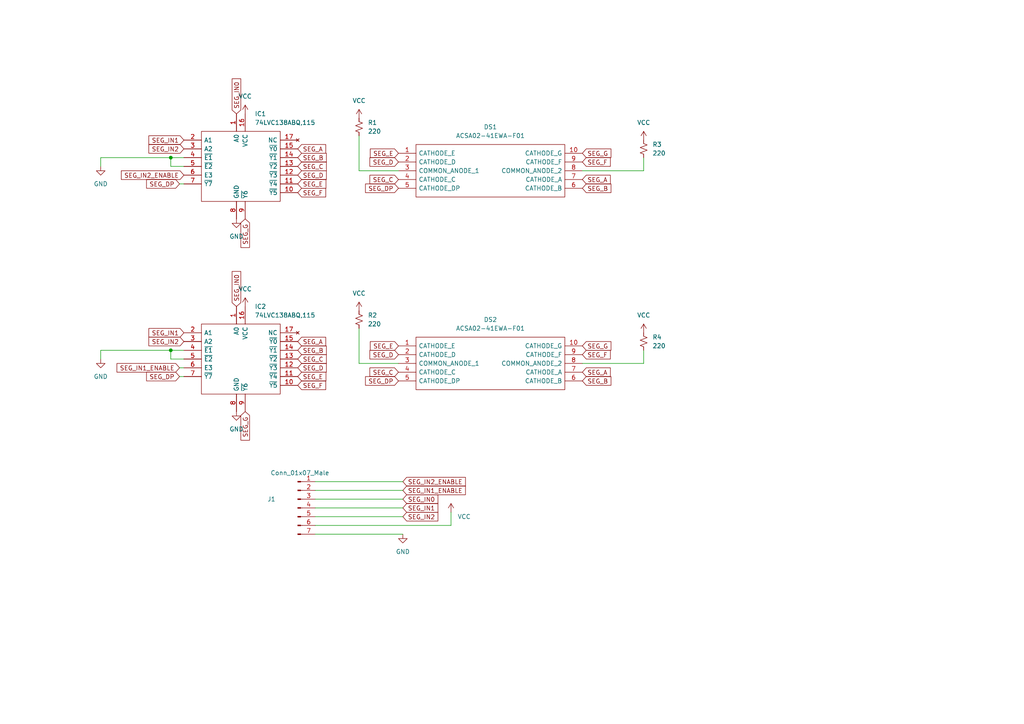
<source format=kicad_sch>
(kicad_sch (version 20211123) (generator eeschema)
  (paper "A4")
  (lib_symbols
    (symbol "Connector:Conn_01x07_Male" (pin_names (offset 1.016) hide)
      (property "Reference" "J" (at 0 10.16 0))
      (property "Value" "Conn_01x07_Male" (at 0 -10.16 0))
      (symbol "Conn_01x07_Male_1_1"
        (polyline (pts (xy 1.27 -7.62) (xy 0.8636 -7.62)) (stroke (width 0.1524)))
        (polyline (pts (xy 1.27 -5.08) (xy 0.8636 -5.08)) (stroke (width 0.1524)))
        (polyline (pts (xy 1.27 -2.54) (xy 0.8636 -2.54)) (stroke (width 0.1524)))
        (polyline (pts (xy 1.27 0) (xy 0.8636 0)) (stroke (width 0.1524)))
        (polyline (pts (xy 1.27 2.54) (xy 0.8636 2.54)) (stroke (width 0.1524)))
        (polyline (pts (xy 1.27 5.08) (xy 0.8636 5.08)) (stroke (width 0.1524)))
        (polyline (pts (xy 1.27 7.62) (xy 0.8636 7.62)) (stroke (width 0.1524)))
        (rectangle (start 0.8636 -7.493) (end 0 -7.747) (stroke (width 0.1524)) (fill (type outline)))
        (rectangle (start 0.8636 -4.953) (end 0 -5.207) (stroke (width 0.1524)) (fill (type outline)))
        (rectangle (start 0.8636 -2.413) (end 0 -2.667) (stroke (width 0.1524)) (fill (type outline)))
        (rectangle (start 0.8636 0.127) (end 0 -0.127) (stroke (width 0.1524)) (fill (type outline)))
        (rectangle (start 0.8636 2.667) (end 0 2.413) (stroke (width 0.1524)) (fill (type outline)))
        (rectangle (start 0.8636 5.207) (end 0 4.953) (stroke (width 0.1524)) (fill (type outline)))
        (rectangle (start 0.8636 7.747) (end 0 7.493) (stroke (width 0.1524)) (fill (type outline)))
        (pin passive line (at 5.08 7.62 180) (length 3.81) (name "Pin_1") (number "1"))
        (pin passive line (at 5.08 5.08 180) (length 3.81) (name "Pin_2") (number "2"))
        (pin passive line (at 5.08 2.54 180) (length 3.81) (name "Pin_3") (number "3"))
        (pin passive line (at 5.08 0 180) (length 3.81) (name "Pin_4") (number "4"))
        (pin passive line (at 5.08 -2.54 180) (length 3.81) (name "Pin_5") (number "5"))
        (pin passive line (at 5.08 -5.08 180) (length 3.81) (name "Pin_6") (number "6"))
        (pin passive line (at 5.08 -7.62 180) (length 3.81) (name "Pin_7") (number "7"))
      )
    )
    (symbol "Device:R_Small_US" (pin_numbers hide) (pin_names (offset 0.254) hide)
      (property "Reference" "R" (at 0.762 0.508 0))
      (property "Value" "R_Small_US" (at 0.762 -1.016 0))
      (symbol "R_Small_US_1_1"
        (polyline (pts (xy 0 0) (xy 1.016 -0.381) (xy 0 -0.762) (xy -1.016 -1.143) (xy 0 -1.524)))
        (polyline (pts (xy 0 1.524) (xy 1.016 1.143) (xy 0 0.762) (xy -1.016 0.381) (xy 0 0)))
        (pin passive line (at 0 2.54 270) (length 1.016) (name "~") (number "1"))
        (pin passive line (at 0 -2.54 90) (length 1.016) (name "~") (number "2"))
      )
    )
    (symbol "SamacSys_Parts:74LVC138ABQ,115" (pin_names (offset 0.762))
      (property "Reference" "IC" (at 26.67 15.24 0))
      (property "Value" "74LVC138ABQ,115" (at 26.67 12.7 0))
      (symbol "74LVC138ABQ,115_0_0"
        (pin passive line (at 0 -2.54 0) (length 5.08) (name "A0") (number "1"))
        (pin passive line (at 22.86 15.24 270) (length 5.08) (name "~{Y5}") (number "10"))
        (pin passive line (at 20.32 15.24 270) (length 5.08) (name "~{Y4}") (number "11"))
        (pin passive line (at 17.78 15.24 270) (length 5.08) (name "~{Y3}") (number "12"))
        (pin passive line (at 15.24 15.24 270) (length 5.08) (name "~{Y2}") (number "13"))
        (pin passive line (at 12.7 15.24 270) (length 5.08) (name "~{Y1}") (number "14"))
        (pin passive line (at 10.16 15.24 270) (length 5.08) (name "~{Y0}") (number "15"))
        (pin passive line (at 0 0 0) (length 5.08) (name "VCC") (number "16"))
        (pin no_connect line (at 7.62 15.24 270) (length 5.08) (name "NC") (number "17"))
        (pin passive line (at 7.62 -17.78 90) (length 5.08) (name "A1") (number "2"))
        (pin passive line (at 10.16 -17.78 90) (length 5.08) (name "A2") (number "3"))
        (pin passive line (at 12.7 -17.78 90) (length 5.08) (name "~{E1}") (number "4"))
        (pin passive line (at 15.24 -17.78 90) (length 5.08) (name "~{E2}") (number "5"))
        (pin passive line (at 17.78 -17.78 90) (length 5.08) (name "E3") (number "6"))
        (pin passive line (at 20.32 -17.78 90) (length 5.08) (name "~{Y7}") (number "7"))
        (pin passive line (at 30.48 -2.54 180) (length 5.08) (name "GND") (number "8"))
        (pin passive line (at 30.48 0 180) (length 5.08) (name "~{Y6}") (number "9"))
      )
      (symbol "74LVC138ABQ,115_0_1"
        (polyline (pts (xy 5.08 10.16) (xy 25.4 10.16) (xy 25.4 -12.7) (xy 5.08 -12.7) (xy 5.08 10.16)) (stroke (width 0.1524)))
      )
    )
    (symbol "SamacSys_Parts:ACSA02-41EWA-F01" (pin_names (offset 0.762))
      (property "Reference" "DS" (at 49.53 7.62 0))
      (property "Value" "ACSA02-41EWA-F01" (at 49.53 5.08 0))
      (symbol "ACSA02-41EWA-F01_0_0"
        (pin passive line (at 0 0 0) (length 5.08) (name "CATHODE_E") (number "1"))
        (pin passive line (at 53.34 0 180) (length 5.08) (name "CATHODE_G") (number "10"))
        (pin passive line (at 0 -2.54 0) (length 5.08) (name "CATHODE_D") (number "2"))
        (pin passive line (at 0 -5.08 0) (length 5.08) (name "COMMON_ANODE_1") (number "3"))
        (pin passive line (at 0 -7.62 0) (length 5.08) (name "CATHODE_C") (number "4"))
        (pin passive line (at 0 -10.16 0) (length 5.08) (name "CATHODE_DP") (number "5"))
        (pin passive line (at 53.34 -10.16 180) (length 5.08) (name "CATHODE_B") (number "6"))
        (pin passive line (at 53.34 -7.62 180) (length 5.08) (name "CATHODE_A") (number "7"))
        (pin passive line (at 53.34 -5.08 180) (length 5.08) (name "COMMON_ANODE_2") (number "8"))
        (pin passive line (at 53.34 -2.54 180) (length 5.08) (name "CATHODE_F") (number "9"))
      )
      (symbol "ACSA02-41EWA-F01_0_1"
        (polyline (pts (xy 5.08 2.54) (xy 48.26 2.54) (xy 48.26 -12.7) (xy 5.08 -12.7) (xy 5.08 2.54)) (stroke (width 0.1524)))
      )
    )
    (symbol "power:GND" (power) (pin_names (offset 0))
      (property "Value" "GND" (at 0 -3.81 0))
      (symbol "GND_0_1"
        (polyline (pts (xy 0 0) (xy 0 -1.27) (xy 1.27 -1.27) (xy 0 -2.54) (xy -1.27 -1.27) (xy 0 -1.27)))
      )
      (symbol "GND_1_1"
        (pin power_in line (at 0 0 270) (length 0) hide (name "GND") (number "1"))
      )
    )
    (symbol "power:VCC" (power) (pin_names (offset 0))
      (property "Value" "VCC" (at 0 3.81 0))
      (symbol "VCC_0_1"
        (polyline (pts (xy -0.762 1.27) (xy 0 2.54)))
        (polyline (pts (xy 0 0) (xy 0 2.54)))
        (polyline (pts (xy 0 2.54) (xy 0.762 1.27)))
      )
      (symbol "VCC_1_1"
        (pin power_in line (at 0 0 90) (length 0) hide (name "VCC") (number "1"))
      )
    )
  )
  (junction (at 49.53 45.72))
  (junction (at 49.53 101.6))
  (wire (pts (xy 52.07 106.68) (xy 53.34 106.68)))
  (wire (pts (xy 186.69 49.53) (xy 186.69 45.72)))
  (wire (pts (xy 168.91 49.53) (xy 186.69 49.53)))
  (wire (pts (xy 53.34 48.26) (xy 49.53 48.26)))
  (wire (pts (xy 49.53 48.26) (xy 49.53 45.72)))
  (wire (pts (xy 104.14 105.41) (xy 115.57 105.41)))
  (wire (pts (xy 130.81 152.4) (xy 130.81 148.59)))
  (wire (pts (xy 104.14 95.25) (xy 104.14 105.41)))
  (wire (pts (xy 49.53 104.14) (xy 49.53 101.6)))
  (wire (pts (xy 116.84 142.24) (xy 91.44 142.24)))
  (wire (pts (xy 186.69 105.41) (xy 186.69 101.6)))
  (wire (pts (xy 104.14 49.53) (xy 115.57 49.53)))
  (wire (pts (xy 116.84 144.78) (xy 91.44 144.78)))
  (wire (pts (xy 104.14 39.37) (xy 104.14 49.53)))
  (wire (pts (xy 29.21 101.6) (xy 29.21 104.14)))
  (wire (pts (xy 91.44 152.4) (xy 130.81 152.4)))
  (wire (pts (xy 29.21 101.6) (xy 49.53 101.6)))
  (wire (pts (xy 116.84 147.32) (xy 91.44 147.32)))
  (wire (pts (xy 29.21 45.72) (xy 29.21 48.26)))
  (wire (pts (xy 116.84 149.86) (xy 91.44 149.86)))
  (wire (pts (xy 91.44 154.94) (xy 116.84 154.94)))
  (wire (pts (xy 49.53 45.72) (xy 53.34 45.72)))
  (wire (pts (xy 168.91 105.41) (xy 186.69 105.41)))
  (wire (pts (xy 53.34 104.14) (xy 49.53 104.14)))
  (wire (pts (xy 52.07 109.22) (xy 53.34 109.22)))
  (wire (pts (xy 52.07 53.34) (xy 53.34 53.34)))
  (wire (pts (xy 29.21 45.72) (xy 49.53 45.72)))
  (wire (pts (xy 91.44 139.7) (xy 116.84 139.7)))
  (wire (pts (xy 49.53 101.6) (xy 53.34 101.6)))
  (global_label "SEG_E" (shape input) (at 86.36 109.22 0) (property "Intersheet References" "${INTERSHEET_REFS}" (effects hide)))
  (global_label "SEG_IN0" (shape input) (at 68.58 88.9 90) (property "Intersheet References" "${INTERSHEET_REFS}" (effects hide)))
  (global_label "SEG_G" (shape input) (at 71.12 119.38 270) (property "Intersheet References" "${INTERSHEET_REFS}" (effects hide)))
  (global_label "SEG_D" (shape input) (at 115.57 46.99 180) (property "Intersheet References" "${INTERSHEET_REFS}" (effects hide)))
  (global_label "SEG_E" (shape input) (at 115.57 100.33 180) (property "Intersheet References" "${INTERSHEET_REFS}" (effects hide)))
  (global_label "SEG_IN2" (shape input) (at 53.34 43.18 180) (property "Intersheet References" "${INTERSHEET_REFS}" (effects hide)))
  (global_label "SEG_IN0" (shape input) (at 68.58 33.02 90) (property "Intersheet References" "${INTERSHEET_REFS}" (effects hide)))
  (global_label "SEG_DP" (shape input) (at 115.57 54.61 180) (property "Intersheet References" "${INTERSHEET_REFS}" (effects hide)))
  (global_label "SEG_B" (shape input) (at 86.36 101.6 0) (property "Intersheet References" "${INTERSHEET_REFS}" (effects hide)))
  (global_label "SEG_A" (shape input) (at 168.91 107.95 0) (property "Intersheet References" "${INTERSHEET_REFS}" (effects hide)))
  (global_label "SEG_IN2_ENABLE" (shape input) (at 53.34 50.8 180) (property "Intersheet References" "${INTERSHEET_REFS}" (effects hide)))
  (global_label "SEG_IN0" (shape input) (at 116.84 144.78 0) (property "Intersheet References" "${INTERSHEET_REFS}" (effects hide)))
  (global_label "SEG_IN1_ENABLE" (shape input) (at 52.07 106.68 180) (property "Intersheet References" "${INTERSHEET_REFS}" (effects hide)))
  (global_label "SEG_F" (shape input) (at 168.91 46.99 0) (property "Intersheet References" "${INTERSHEET_REFS}" (effects hide)))
  (global_label "SEG_F" (shape input) (at 86.36 55.88 0) (property "Intersheet References" "${INTERSHEET_REFS}" (effects hide)))
  (global_label "SEG_E" (shape input) (at 115.57 44.45 180) (property "Intersheet References" "${INTERSHEET_REFS}" (effects hide)))
  (global_label "SEG_B" (shape input) (at 168.91 110.49 0) (property "Intersheet References" "${INTERSHEET_REFS}" (effects hide)))
  (global_label "SEG_C" (shape input) (at 86.36 48.26 0) (property "Intersheet References" "${INTERSHEET_REFS}" (effects hide)))
  (global_label "SEG_IN1" (shape input) (at 53.34 40.64 180) (property "Intersheet References" "${INTERSHEET_REFS}" (effects hide)))
  (global_label "SEG_IN2" (shape input) (at 53.34 99.06 180) (property "Intersheet References" "${INTERSHEET_REFS}" (effects hide)))
  (global_label "SEG_F" (shape input) (at 86.36 111.76 0) (property "Intersheet References" "${INTERSHEET_REFS}" (effects hide)))
  (global_label "SEG_IN1" (shape input) (at 116.84 147.32 0) (property "Intersheet References" "${INTERSHEET_REFS}" (effects hide)))
  (global_label "SEG_C" (shape input) (at 86.36 104.14 0) (property "Intersheet References" "${INTERSHEET_REFS}" (effects hide)))
  (global_label "SEG_E" (shape input) (at 86.36 53.34 0) (property "Intersheet References" "${INTERSHEET_REFS}" (effects hide)))
  (global_label "SEG_B" (shape input) (at 86.36 45.72 0) (property "Intersheet References" "${INTERSHEET_REFS}" (effects hide)))
  (global_label "SEG_C" (shape input) (at 115.57 52.07 180) (property "Intersheet References" "${INTERSHEET_REFS}" (effects hide)))
  (global_label "SEG_IN2" (shape input) (at 116.84 149.86 0) (property "Intersheet References" "${INTERSHEET_REFS}" (effects hide)))
  (global_label "SEG_G" (shape input) (at 71.12 63.5 270) (property "Intersheet References" "${INTERSHEET_REFS}" (effects hide)))
  (global_label "SEG_IN1_ENABLE" (shape input) (at 116.84 142.24 0) (property "Intersheet References" "${INTERSHEET_REFS}" (effects hide)))
  (global_label "SEG_D" (shape input) (at 86.36 50.8 0) (property "Intersheet References" "${INTERSHEET_REFS}" (effects hide)))
  (global_label "SEG_D" (shape input) (at 115.57 102.87 180) (property "Intersheet References" "${INTERSHEET_REFS}" (effects hide)))
  (global_label "SEG_C" (shape input) (at 115.57 107.95 180) (property "Intersheet References" "${INTERSHEET_REFS}" (effects hide)))
  (global_label "SEG_DP" (shape input) (at 52.07 53.34 180) (property "Intersheet References" "${INTERSHEET_REFS}" (effects hide)))
  (global_label "SEG_B" (shape input) (at 168.91 54.61 0) (property "Intersheet References" "${INTERSHEET_REFS}" (effects hide)))
  (global_label "SEG_IN1" (shape input) (at 53.34 96.52 180) (property "Intersheet References" "${INTERSHEET_REFS}" (effects hide)))
  (global_label "SEG_A" (shape input) (at 168.91 52.07 0) (property "Intersheet References" "${INTERSHEET_REFS}" (effects hide)))
  (global_label "SEG_DP" (shape input) (at 115.57 110.49 180) (property "Intersheet References" "${INTERSHEET_REFS}" (effects hide)))
  (global_label "SEG_IN2_ENABLE" (shape input) (at 116.84 139.7 0) (property "Intersheet References" "${INTERSHEET_REFS}" (effects hide)))
  (global_label "SEG_G" (shape input) (at 168.91 44.45 0) (property "Intersheet References" "${INTERSHEET_REFS}" (effects hide)))
  (global_label "SEG_DP" (shape input) (at 52.07 109.22 180) (property "Intersheet References" "${INTERSHEET_REFS}" (effects hide)))
  (global_label "SEG_G" (shape input) (at 168.91 100.33 0) (property "Intersheet References" "${INTERSHEET_REFS}" (effects hide)))
  (global_label "SEG_D" (shape input) (at 86.36 106.68 0) (property "Intersheet References" "${INTERSHEET_REFS}" (effects hide)))
  (global_label "SEG_A" (shape input) (at 86.36 43.18 0) (property "Intersheet References" "${INTERSHEET_REFS}" (effects hide)))
  (global_label "SEG_F" (shape input) (at 168.91 102.87 0) (property "Intersheet References" "${INTERSHEET_REFS}" (effects hide)))
  (global_label "SEG_A" (shape input) (at 86.36 99.06 0) (property "Intersheet References" "${INTERSHEET_REFS}" (effects hide)))
  (symbol (lib_id "power:GND") (at 29.21 104.14 0) (unit 1)
    (property "Reference" "#PWR02" (effects hide))
    (property "Value" "GND" (at 29.21 109.22 0))
  )
  (symbol (lib_id "power:VCC") (at 130.81 148.59 0) (unit 1)
    (property "Reference" "#PWR08" (effects hide))
    (property "Value" "VCC" (at 134.62 149.86 0))
  )
  (symbol (lib_id "SamacSys_Parts:74LVC138ABQ,115") (at 71.12 33.02 270) (unit 1)
    (property "Reference" "IC1" (at 73.8887 33.02 90) (effects (justify left)))
    (property "Value" "74LVC138ABQ,115" (at 73.8887 35.56 90) (effects (justify left)))
    (property "Footprint" "SamacSys_Parts:74AHCT595BQ115" (effects hide))
    (property "Datasheet" "https://assets.nexperia.com/documents/data-sheet/74LVC138A.pdf" (effects hide))
    (property "Description" "NXP 74LVC138ABQ,115, Decoder, Demultiplexer, 1-of-8, Inverting, 1.2  3.6 V, 16-Pin DHVQFN" (effects hide))
    (property "Height" "1" (effects hide))
    (property "Mouser Part Number" "771-LVC138ABQ115" (effects hide))
    (property "Mouser Price/Stock" "https://www.mouser.co.uk/ProductDetail/Nexperia/74LVC138ABQ115?qs=me8TqzrmIYUqHGpwzmLq4w%3D%3D" (effects hide))
    (property "Manufacturer_Name" "Nexperia" (effects hide))
    (property "Manufacturer_Part_Number" "74LVC138ABQ,115" (effects hide))
  )
  (symbol (lib_id "power:GND") (at 116.84 154.94 0) (unit 1)
    (property "Reference" "#PWR07" (effects hide))
    (property "Value" "GND" (at 116.84 160.02 0))
  )
  (symbol (lib_id "power:VCC") (at 104.14 34.29 0) (unit 1)
    (property "Reference" "#PWR09" (effects hide))
    (property "Value" "VCC" (at 104.14 29.21 0))
  )
  (symbol (lib_id "power:VCC") (at 71.12 33.02 0) (unit 1)
    (property "Reference" "#PWR05" (effects hide))
    (property "Value" "VCC" (at 71.12 27.94 0))
  )
  (symbol (lib_id "Connector:Conn_01x07_Male") (at 86.36 147.32 0) (unit 1)
    (property "Reference" "J1" (at 78.74 144.78 0))
    (property "Value" "Conn_01x07_Male" (at 86.995 137.16 0))
    (property "Footprint" "Connector_PinHeader_2.54mm:PinHeader_1x07_P2.54mm_Vertical" (effects hide))
  )
  (symbol (lib_id "SamacSys_Parts:74LVC138ABQ,115") (at 71.12 88.9 270) (unit 1)
    (property "Reference" "IC2" (at 73.8887 88.9 90) (effects (justify left)))
    (property "Value" "74LVC138ABQ,115" (at 73.8887 91.44 90) (effects (justify left)))
    (property "Footprint" "SamacSys_Parts:74AHCT595BQ115" (effects hide))
    (property "Datasheet" "https://assets.nexperia.com/documents/data-sheet/74LVC138A.pdf" (effects hide))
    (property "Description" "NXP 74LVC138ABQ,115, Decoder, Demultiplexer, 1-of-8, Inverting, 1.2  3.6 V, 16-Pin DHVQFN" (effects hide))
    (property "Height" "1" (effects hide))
    (property "Mouser Part Number" "771-LVC138ABQ115" (effects hide))
    (property "Mouser Price/Stock" "https://www.mouser.co.uk/ProductDetail/Nexperia/74LVC138ABQ115?qs=me8TqzrmIYUqHGpwzmLq4w%3D%3D" (effects hide))
    (property "Manufacturer_Name" "Nexperia" (effects hide))
    (property "Manufacturer_Part_Number" "74LVC138ABQ,115" (effects hide))
  )
  (symbol (lib_id "SamacSys_Parts:ACSA02-41EWA-F01") (at 115.57 44.45 0) (unit 1)
    (property "Reference" "DS1" (at 142.24 36.83 0))
    (property "Value" "ACSA02-41EWA-F01" (at 142.24 39.37 0))
    (property "Footprint" "SamacSys_Parts:ACSA0241EWAF01" (effects hide))
    (property "Description" "LED Displays & Accessories HI EFF RED DIFFUSED 1 DIGIT" (effects hide))
    (property "Height" "3.25" (effects hide))
    (property "Mouser Part Number" "604-ACSA02-41EWA" (effects hide))
    (property "Mouser Price/Stock" "https://www.mouser.com/Search/Refine.aspx?Keyword=604-ACSA02-41EWA" (effects hide))
    (property "Manufacturer_Name" "Kingbright" (effects hide))
    (property "Manufacturer_Part_Number" "ACSA02-41EWA-F01" (effects hide))
  )
  (symbol (lib_id "power:GND") (at 68.58 63.5 0) (unit 1)
    (property "Reference" "#PWR03" (effects hide))
    (property "Value" "GND" (at 68.58 68.58 0))
  )
  (symbol (lib_id "power:VCC") (at 104.14 90.17 0) (unit 1)
    (property "Reference" "#PWR010" (effects hide))
    (property "Value" "VCC" (at 104.14 85.09 0))
  )
  (symbol (lib_id "Device:R_Small_US") (at 186.69 99.06 0) (unit 1)
    (property "Reference" "R4" (at 189.23 97.7899 0) (effects (justify left)))
    (property "Value" "220" (at 189.23 100.3299 0) (effects (justify left)))
    (property "Footprint" "Resistor_SMD:R_1206_3216Metric" (effects hide))
  )
  (symbol (lib_id "SamacSys_Parts:ACSA02-41EWA-F01") (at 115.57 100.33 0) (unit 1)
    (property "Reference" "DS2" (at 142.24 92.71 0))
    (property "Value" "ACSA02-41EWA-F01" (at 142.24 95.25 0))
    (property "Footprint" "SamacSys_Parts:ACSA0241EWAF01" (effects hide))
    (property "Description" "LED Displays & Accessories HI EFF RED DIFFUSED 1 DIGIT" (effects hide))
    (property "Height" "3.25" (effects hide))
    (property "Mouser Part Number" "604-ACSA02-41EWA" (effects hide))
    (property "Mouser Price/Stock" "https://www.mouser.com/Search/Refine.aspx?Keyword=604-ACSA02-41EWA" (effects hide))
    (property "Manufacturer_Name" "Kingbright" (effects hide))
    (property "Manufacturer_Part_Number" "ACSA02-41EWA-F01" (effects hide))
  )
  (symbol (lib_id "Device:R_Small_US") (at 104.14 36.83 0) (unit 1)
    (property "Reference" "R1" (at 106.68 35.5599 0) (effects (justify left)))
    (property "Value" "220" (at 106.68 38.0999 0) (effects (justify left)))
    (property "Footprint" "Resistor_SMD:R_1206_3216Metric" (effects hide))
  )
  (symbol (lib_id "power:VCC") (at 186.69 40.64 0) (unit 1)
    (property "Reference" "#PWR011" (effects hide))
    (property "Value" "VCC" (at 186.69 35.56 0))
  )
  (symbol (lib_id "power:VCC") (at 186.69 96.52 0) (unit 1)
    (property "Reference" "#PWR012" (effects hide))
    (property "Value" "VCC" (at 186.69 91.44 0))
  )
  (symbol (lib_id "power:GND") (at 29.21 48.26 0) (unit 1)
    (property "Reference" "#PWR01" (effects hide))
    (property "Value" "GND" (at 29.21 53.34 0))
  )
  (symbol (lib_id "power:GND") (at 68.58 119.38 0) (unit 1)
    (property "Reference" "#PWR04" (effects hide))
    (property "Value" "GND" (at 68.58 124.46 0))
  )
  (symbol (lib_id "Device:R_Small_US") (at 104.14 92.71 0) (unit 1)
    (property "Reference" "R2" (at 106.68 91.4399 0) (effects (justify left)))
    (property "Value" "220" (at 106.68 93.9799 0) (effects (justify left)))
    (property "Footprint" "Resistor_SMD:R_1206_3216Metric" (effects hide))
  )
  (symbol (lib_id "power:VCC") (at 71.12 88.9 0) (unit 1)
    (property "Reference" "#PWR06" (effects hide))
    (property "Value" "VCC" (at 71.12 83.82 0))
  )
  (symbol (lib_id "Device:R_Small_US") (at 186.69 43.18 0) (unit 1)
    (property "Reference" "R3" (at 189.23 41.9099 0) (effects (justify left)))
    (property "Value" "220" (at 189.23 44.4499 0) (effects (justify left)))
    (property "Footprint" "Resistor_SMD:R_1206_3216Metric" (effects hide))
  )
)
</source>
